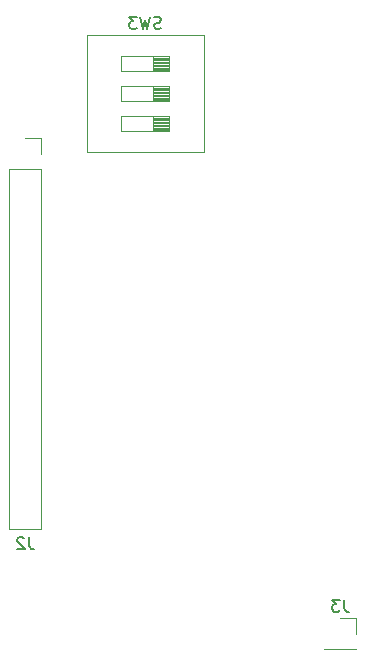
<source format=gbr>
%TF.GenerationSoftware,KiCad,Pcbnew,8.0.4-8.0.4-0~ubuntu22.04.1*%
%TF.CreationDate,2024-08-06T20:40:26+03:00*%
%TF.ProjectId,PM-ESPC3,504d2d45-5350-4433-932e-6b696361645f,rev?*%
%TF.SameCoordinates,Original*%
%TF.FileFunction,Legend,Bot*%
%TF.FilePolarity,Positive*%
%FSLAX46Y46*%
G04 Gerber Fmt 4.6, Leading zero omitted, Abs format (unit mm)*
G04 Created by KiCad (PCBNEW 8.0.4-8.0.4-0~ubuntu22.04.1) date 2024-08-06 20:40:26*
%MOMM*%
%LPD*%
G01*
G04 APERTURE LIST*
%ADD10C,0.150000*%
%ADD11C,0.120000*%
%ADD12O,1.000000X1.700000*%
%ADD13R,1.600000X1.600000*%
%ADD14O,1.600000X1.600000*%
%ADD15R,1.700000X1.700000*%
%ADD16O,1.700000X1.700000*%
G04 APERTURE END LIST*
D10*
X71183332Y-68107200D02*
X71040475Y-68154819D01*
X71040475Y-68154819D02*
X70802380Y-68154819D01*
X70802380Y-68154819D02*
X70707142Y-68107200D01*
X70707142Y-68107200D02*
X70659523Y-68059580D01*
X70659523Y-68059580D02*
X70611904Y-67964342D01*
X70611904Y-67964342D02*
X70611904Y-67869104D01*
X70611904Y-67869104D02*
X70659523Y-67773866D01*
X70659523Y-67773866D02*
X70707142Y-67726247D01*
X70707142Y-67726247D02*
X70802380Y-67678628D01*
X70802380Y-67678628D02*
X70992856Y-67631009D01*
X70992856Y-67631009D02*
X71088094Y-67583390D01*
X71088094Y-67583390D02*
X71135713Y-67535771D01*
X71135713Y-67535771D02*
X71183332Y-67440533D01*
X71183332Y-67440533D02*
X71183332Y-67345295D01*
X71183332Y-67345295D02*
X71135713Y-67250057D01*
X71135713Y-67250057D02*
X71088094Y-67202438D01*
X71088094Y-67202438D02*
X70992856Y-67154819D01*
X70992856Y-67154819D02*
X70754761Y-67154819D01*
X70754761Y-67154819D02*
X70611904Y-67202438D01*
X70278570Y-67154819D02*
X70040475Y-68154819D01*
X70040475Y-68154819D02*
X69849999Y-67440533D01*
X69849999Y-67440533D02*
X69659523Y-68154819D01*
X69659523Y-68154819D02*
X69421428Y-67154819D01*
X69135713Y-67154819D02*
X68516666Y-67154819D01*
X68516666Y-67154819D02*
X68849999Y-67535771D01*
X68849999Y-67535771D02*
X68707142Y-67535771D01*
X68707142Y-67535771D02*
X68611904Y-67583390D01*
X68611904Y-67583390D02*
X68564285Y-67631009D01*
X68564285Y-67631009D02*
X68516666Y-67726247D01*
X68516666Y-67726247D02*
X68516666Y-67964342D01*
X68516666Y-67964342D02*
X68564285Y-68059580D01*
X68564285Y-68059580D02*
X68611904Y-68107200D01*
X68611904Y-68107200D02*
X68707142Y-68154819D01*
X68707142Y-68154819D02*
X68992856Y-68154819D01*
X68992856Y-68154819D02*
X69088094Y-68107200D01*
X69088094Y-68107200D02*
X69135713Y-68059580D01*
X60023333Y-111214819D02*
X60023333Y-111929104D01*
X60023333Y-111929104D02*
X60070952Y-112071961D01*
X60070952Y-112071961D02*
X60166190Y-112167200D01*
X60166190Y-112167200D02*
X60309047Y-112214819D01*
X60309047Y-112214819D02*
X60404285Y-112214819D01*
X59594761Y-111310057D02*
X59547142Y-111262438D01*
X59547142Y-111262438D02*
X59451904Y-111214819D01*
X59451904Y-111214819D02*
X59213809Y-111214819D01*
X59213809Y-111214819D02*
X59118571Y-111262438D01*
X59118571Y-111262438D02*
X59070952Y-111310057D01*
X59070952Y-111310057D02*
X59023333Y-111405295D01*
X59023333Y-111405295D02*
X59023333Y-111500533D01*
X59023333Y-111500533D02*
X59070952Y-111643390D01*
X59070952Y-111643390D02*
X59642380Y-112214819D01*
X59642380Y-112214819D02*
X59023333Y-112214819D01*
X86693333Y-116504819D02*
X86693333Y-117219104D01*
X86693333Y-117219104D02*
X86740952Y-117361961D01*
X86740952Y-117361961D02*
X86836190Y-117457200D01*
X86836190Y-117457200D02*
X86979047Y-117504819D01*
X86979047Y-117504819D02*
X87074285Y-117504819D01*
X86312380Y-116504819D02*
X85693333Y-116504819D01*
X85693333Y-116504819D02*
X86026666Y-116885771D01*
X86026666Y-116885771D02*
X85883809Y-116885771D01*
X85883809Y-116885771D02*
X85788571Y-116933390D01*
X85788571Y-116933390D02*
X85740952Y-116981009D01*
X85740952Y-116981009D02*
X85693333Y-117076247D01*
X85693333Y-117076247D02*
X85693333Y-117314342D01*
X85693333Y-117314342D02*
X85740952Y-117409580D01*
X85740952Y-117409580D02*
X85788571Y-117457200D01*
X85788571Y-117457200D02*
X85883809Y-117504819D01*
X85883809Y-117504819D02*
X86169523Y-117504819D01*
X86169523Y-117504819D02*
X86264761Y-117457200D01*
X86264761Y-117457200D02*
X86312380Y-117409580D01*
D11*
%TO.C,SW3*%
X64900000Y-68700000D02*
X74800000Y-68700000D01*
X64900000Y-78620000D02*
X64900000Y-68700000D01*
X64900000Y-78620000D02*
X74800000Y-78620000D01*
X67820000Y-70485000D02*
X67820000Y-71755000D01*
X67820000Y-71755000D02*
X71880000Y-71755000D01*
X67820000Y-73025000D02*
X67820000Y-74295000D01*
X67820000Y-74295000D02*
X71880000Y-74295000D01*
X67820000Y-75565000D02*
X67820000Y-76835000D01*
X67820000Y-76835000D02*
X71880000Y-76835000D01*
X70526667Y-70605000D02*
X71880000Y-70605000D01*
X70526667Y-70725000D02*
X71880000Y-70725000D01*
X70526667Y-70845000D02*
X71880000Y-70845000D01*
X70526667Y-70965000D02*
X71880000Y-70965000D01*
X70526667Y-71085000D02*
X71880000Y-71085000D01*
X70526667Y-71205000D02*
X71880000Y-71205000D01*
X70526667Y-71325000D02*
X71880000Y-71325000D01*
X70526667Y-71445000D02*
X71880000Y-71445000D01*
X70526667Y-71565000D02*
X71880000Y-71565000D01*
X70526667Y-71685000D02*
X71880000Y-71685000D01*
X70526667Y-71755000D02*
X70526667Y-70485000D01*
X70526667Y-73145000D02*
X71880000Y-73145000D01*
X70526667Y-73265000D02*
X71880000Y-73265000D01*
X70526667Y-73385000D02*
X71880000Y-73385000D01*
X70526667Y-73505000D02*
X71880000Y-73505000D01*
X70526667Y-73625000D02*
X71880000Y-73625000D01*
X70526667Y-73745000D02*
X71880000Y-73745000D01*
X70526667Y-73865000D02*
X71880000Y-73865000D01*
X70526667Y-73985000D02*
X71880000Y-73985000D01*
X70526667Y-74105000D02*
X71880000Y-74105000D01*
X70526667Y-74225000D02*
X71880000Y-74225000D01*
X70526667Y-74295000D02*
X70526667Y-73025000D01*
X70526667Y-75685000D02*
X71880000Y-75685000D01*
X70526667Y-75805000D02*
X71880000Y-75805000D01*
X70526667Y-75925000D02*
X71880000Y-75925000D01*
X70526667Y-76045000D02*
X71880000Y-76045000D01*
X70526667Y-76165000D02*
X71880000Y-76165000D01*
X70526667Y-76285000D02*
X71880000Y-76285000D01*
X70526667Y-76405000D02*
X71880000Y-76405000D01*
X70526667Y-76525000D02*
X71880000Y-76525000D01*
X70526667Y-76645000D02*
X71880000Y-76645000D01*
X70526667Y-76765000D02*
X71880000Y-76765000D01*
X70526667Y-76835000D02*
X70526667Y-75565000D01*
X71880000Y-70485000D02*
X67820000Y-70485000D01*
X71880000Y-71755000D02*
X71880000Y-70485000D01*
X71880000Y-73025000D02*
X67820000Y-73025000D01*
X71880000Y-74295000D02*
X71880000Y-73025000D01*
X71880000Y-75565000D02*
X67820000Y-75565000D01*
X71880000Y-76835000D02*
X71880000Y-75565000D01*
X74800000Y-78620000D02*
X74800000Y-68700000D01*
%TO.C,J2*%
X58360000Y-80010000D02*
X61020000Y-80010000D01*
X58360000Y-110550000D02*
X58360000Y-80010000D01*
X58360000Y-110550000D02*
X61020000Y-110550000D01*
X59690000Y-77410000D02*
X61020000Y-77410000D01*
X61020000Y-77410000D02*
X61020000Y-78740000D01*
X61020000Y-110550000D02*
X61020000Y-80010000D01*
%TO.C,J3*%
X85030000Y-120650000D02*
X87690000Y-120650000D01*
X85030000Y-120710000D02*
X85030000Y-120650000D01*
X85030000Y-120710000D02*
X87690000Y-120710000D01*
X86360000Y-118050000D02*
X87690000Y-118050000D01*
X87690000Y-118050000D02*
X87690000Y-119380000D01*
X87690000Y-120710000D02*
X87690000Y-120650000D01*
%TD*%
%LPC*%
D12*
%TO.C,J1*%
X83820029Y-71119992D03*
X78170027Y-71119992D03*
%TD*%
D13*
%TO.C,SW3*%
X73660000Y-71120000D03*
D14*
X73660000Y-73660000D03*
X73660000Y-76200000D03*
X66040000Y-76200000D03*
X66040000Y-73660000D03*
X66040000Y-71120000D03*
%TD*%
D15*
%TO.C,J2*%
X59690000Y-78740000D03*
D16*
X59690000Y-81280000D03*
X59690000Y-83820000D03*
X59690000Y-86360000D03*
X59690000Y-88900000D03*
X59690000Y-91440000D03*
X59690000Y-93980000D03*
X59690000Y-96520000D03*
X59690000Y-99060000D03*
X59690000Y-101600000D03*
X59690000Y-104140000D03*
X59690000Y-106680000D03*
X59690000Y-109220000D03*
%TD*%
D15*
%TO.C,J3*%
X86360000Y-119380000D03*
%TD*%
%LPD*%
M02*

</source>
